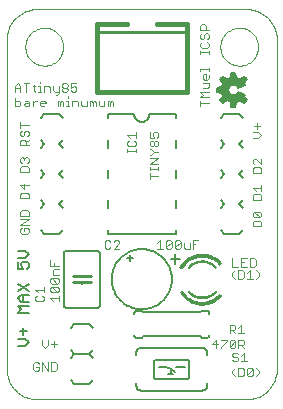
<source format=gto>
G75*
G70*
%OFA0B0*%
%FSLAX24Y24*%
%IPPOS*%
%LPD*%
%AMOC8*
5,1,8,0,0,1.08239X$1,22.5*
%
%ADD10C,0.0000*%
%ADD11C,0.0160*%
%ADD12C,0.0040*%
%ADD13C,0.0050*%
%ADD14C,0.0060*%
%ADD15C,0.0030*%
%ADD16C,0.0100*%
%ADD17C,0.0010*%
D10*
X000150Y001150D02*
X000150Y012150D01*
X000152Y012210D01*
X000157Y012271D01*
X000166Y012330D01*
X000179Y012389D01*
X000195Y012448D01*
X000215Y012505D01*
X000238Y012560D01*
X000265Y012615D01*
X000294Y012667D01*
X000327Y012718D01*
X000363Y012767D01*
X000401Y012813D01*
X000443Y012857D01*
X000487Y012899D01*
X000533Y012937D01*
X000582Y012973D01*
X000633Y013006D01*
X000685Y013035D01*
X000740Y013062D01*
X000795Y013085D01*
X000852Y013105D01*
X000911Y013121D01*
X000970Y013134D01*
X001029Y013143D01*
X001090Y013148D01*
X001150Y013150D01*
X008150Y013150D01*
X008210Y013148D01*
X008271Y013143D01*
X008330Y013134D01*
X008389Y013121D01*
X008448Y013105D01*
X008505Y013085D01*
X008560Y013062D01*
X008615Y013035D01*
X008667Y013006D01*
X008718Y012973D01*
X008767Y012937D01*
X008813Y012899D01*
X008857Y012857D01*
X008899Y012813D01*
X008937Y012767D01*
X008973Y012718D01*
X009006Y012667D01*
X009035Y012615D01*
X009062Y012560D01*
X009085Y012505D01*
X009105Y012448D01*
X009121Y012389D01*
X009134Y012330D01*
X009143Y012271D01*
X009148Y012210D01*
X009150Y012150D01*
X009150Y001150D01*
X009148Y001090D01*
X009143Y001029D01*
X009134Y000970D01*
X009121Y000911D01*
X009105Y000852D01*
X009085Y000795D01*
X009062Y000740D01*
X009035Y000685D01*
X009006Y000633D01*
X008973Y000582D01*
X008937Y000533D01*
X008899Y000487D01*
X008857Y000443D01*
X008813Y000401D01*
X008767Y000363D01*
X008718Y000327D01*
X008667Y000294D01*
X008615Y000265D01*
X008560Y000238D01*
X008505Y000215D01*
X008448Y000195D01*
X008389Y000179D01*
X008330Y000166D01*
X008271Y000157D01*
X008210Y000152D01*
X008150Y000150D01*
X001150Y000150D01*
X001090Y000152D01*
X001029Y000157D01*
X000970Y000166D01*
X000911Y000179D01*
X000852Y000195D01*
X000795Y000215D01*
X000740Y000238D01*
X000685Y000265D01*
X000633Y000294D01*
X000582Y000327D01*
X000533Y000363D01*
X000487Y000401D01*
X000443Y000443D01*
X000401Y000487D01*
X000363Y000533D01*
X000327Y000582D01*
X000294Y000633D01*
X000265Y000685D01*
X000238Y000740D01*
X000215Y000795D01*
X000195Y000852D01*
X000179Y000911D01*
X000166Y000970D01*
X000157Y001029D01*
X000152Y001090D01*
X000150Y001150D01*
X000770Y011900D02*
X000772Y011950D01*
X000778Y012000D01*
X000788Y012049D01*
X000802Y012097D01*
X000819Y012144D01*
X000840Y012189D01*
X000865Y012233D01*
X000893Y012274D01*
X000925Y012313D01*
X000959Y012350D01*
X000996Y012384D01*
X001036Y012414D01*
X001078Y012441D01*
X001122Y012465D01*
X001168Y012486D01*
X001215Y012502D01*
X001263Y012515D01*
X001313Y012524D01*
X001362Y012529D01*
X001413Y012530D01*
X001463Y012527D01*
X001512Y012520D01*
X001561Y012509D01*
X001609Y012494D01*
X001655Y012476D01*
X001700Y012454D01*
X001743Y012428D01*
X001784Y012399D01*
X001823Y012367D01*
X001859Y012332D01*
X001891Y012294D01*
X001921Y012254D01*
X001948Y012211D01*
X001971Y012167D01*
X001990Y012121D01*
X002006Y012073D01*
X002018Y012024D01*
X002026Y011975D01*
X002030Y011925D01*
X002030Y011875D01*
X002026Y011825D01*
X002018Y011776D01*
X002006Y011727D01*
X001990Y011679D01*
X001971Y011633D01*
X001948Y011589D01*
X001921Y011546D01*
X001891Y011506D01*
X001859Y011468D01*
X001823Y011433D01*
X001784Y011401D01*
X001743Y011372D01*
X001700Y011346D01*
X001655Y011324D01*
X001609Y011306D01*
X001561Y011291D01*
X001512Y011280D01*
X001463Y011273D01*
X001413Y011270D01*
X001362Y011271D01*
X001313Y011276D01*
X001263Y011285D01*
X001215Y011298D01*
X001168Y011314D01*
X001122Y011335D01*
X001078Y011359D01*
X001036Y011386D01*
X000996Y011416D01*
X000959Y011450D01*
X000925Y011487D01*
X000893Y011526D01*
X000865Y011567D01*
X000840Y011611D01*
X000819Y011656D01*
X000802Y011703D01*
X000788Y011751D01*
X000778Y011800D01*
X000772Y011850D01*
X000770Y011900D01*
X007270Y011900D02*
X007272Y011950D01*
X007278Y012000D01*
X007288Y012049D01*
X007302Y012097D01*
X007319Y012144D01*
X007340Y012189D01*
X007365Y012233D01*
X007393Y012274D01*
X007425Y012313D01*
X007459Y012350D01*
X007496Y012384D01*
X007536Y012414D01*
X007578Y012441D01*
X007622Y012465D01*
X007668Y012486D01*
X007715Y012502D01*
X007763Y012515D01*
X007813Y012524D01*
X007862Y012529D01*
X007913Y012530D01*
X007963Y012527D01*
X008012Y012520D01*
X008061Y012509D01*
X008109Y012494D01*
X008155Y012476D01*
X008200Y012454D01*
X008243Y012428D01*
X008284Y012399D01*
X008323Y012367D01*
X008359Y012332D01*
X008391Y012294D01*
X008421Y012254D01*
X008448Y012211D01*
X008471Y012167D01*
X008490Y012121D01*
X008506Y012073D01*
X008518Y012024D01*
X008526Y011975D01*
X008530Y011925D01*
X008530Y011875D01*
X008526Y011825D01*
X008518Y011776D01*
X008506Y011727D01*
X008490Y011679D01*
X008471Y011633D01*
X008448Y011589D01*
X008421Y011546D01*
X008391Y011506D01*
X008359Y011468D01*
X008323Y011433D01*
X008284Y011401D01*
X008243Y011372D01*
X008200Y011346D01*
X008155Y011324D01*
X008109Y011306D01*
X008061Y011291D01*
X008012Y011280D01*
X007963Y011273D01*
X007913Y011270D01*
X007862Y011271D01*
X007813Y011276D01*
X007763Y011285D01*
X007715Y011298D01*
X007668Y011314D01*
X007622Y011335D01*
X007578Y011359D01*
X007536Y011386D01*
X007496Y011416D01*
X007459Y011450D01*
X007425Y011487D01*
X007393Y011526D01*
X007365Y011567D01*
X007340Y011611D01*
X007319Y011656D01*
X007302Y011703D01*
X007288Y011751D01*
X007278Y011800D01*
X007272Y011850D01*
X007270Y011900D01*
D11*
X006150Y012650D02*
X006150Y010400D01*
X003150Y010400D01*
X003150Y012650D01*
X004150Y012650D01*
X005150Y012650D02*
X006150Y012650D01*
D12*
X006880Y011192D02*
X006880Y011099D01*
X006880Y011145D02*
X006600Y011145D01*
X006600Y011099D01*
X006740Y010991D02*
X006693Y010944D01*
X006693Y010851D01*
X006740Y010804D01*
X006833Y010804D01*
X006880Y010851D01*
X006880Y010944D01*
X006787Y010991D02*
X006787Y010804D01*
X006880Y010696D02*
X006693Y010696D01*
X006693Y010509D02*
X006833Y010509D01*
X006880Y010556D01*
X006880Y010696D01*
X006880Y010401D02*
X006600Y010401D01*
X006693Y010308D01*
X006600Y010215D01*
X006880Y010215D01*
X006880Y010013D02*
X006600Y010013D01*
X006600Y009920D02*
X006600Y010107D01*
X006740Y010991D02*
X006787Y010991D01*
X008350Y009053D02*
X008537Y009053D01*
X008630Y008960D01*
X008537Y008867D01*
X008350Y008867D01*
X008490Y009161D02*
X008490Y009348D01*
X008583Y009255D02*
X008396Y009255D01*
X008396Y008169D02*
X008350Y008123D01*
X008350Y008029D01*
X008396Y007983D01*
X008396Y007875D02*
X008350Y007828D01*
X008350Y007688D01*
X008630Y007688D01*
X008630Y007828D01*
X008583Y007875D01*
X008396Y007875D01*
X008630Y007983D02*
X008443Y008169D01*
X008396Y008169D01*
X008630Y008169D02*
X008630Y007983D01*
X008630Y007285D02*
X008630Y007099D01*
X008630Y007192D02*
X008350Y007192D01*
X008443Y007099D01*
X008396Y006991D02*
X008350Y006944D01*
X008350Y006804D01*
X008630Y006804D01*
X008630Y006944D01*
X008583Y006991D01*
X008396Y006991D01*
X008396Y006401D02*
X008583Y006215D01*
X008630Y006261D01*
X008630Y006355D01*
X008583Y006401D01*
X008396Y006401D01*
X008350Y006355D01*
X008350Y006261D01*
X008396Y006215D01*
X008583Y006215D01*
X008583Y006107D02*
X008396Y006107D01*
X008350Y006060D01*
X008350Y005920D01*
X008630Y005920D01*
X008630Y006060D01*
X008583Y006107D01*
X008456Y004450D02*
X008549Y004357D01*
X008549Y004263D01*
X008456Y004170D01*
X008348Y004170D02*
X008161Y004170D01*
X008254Y004170D02*
X008254Y004450D01*
X008161Y004357D01*
X008053Y004404D02*
X008053Y004217D01*
X008007Y004170D01*
X007866Y004170D01*
X007866Y004450D01*
X008007Y004450D01*
X008053Y004404D01*
X007763Y004450D02*
X007670Y004357D01*
X007670Y004263D01*
X007763Y004170D01*
X007717Y001700D02*
X007670Y001654D01*
X007670Y001607D01*
X007717Y001560D01*
X007810Y001560D01*
X007857Y001513D01*
X007857Y001467D01*
X007810Y001420D01*
X007717Y001420D01*
X007670Y001467D01*
X007717Y001700D02*
X007810Y001700D01*
X007857Y001654D01*
X007965Y001607D02*
X008058Y001700D01*
X008058Y001420D01*
X007965Y001420D02*
X008151Y001420D01*
X008208Y001200D02*
X008301Y001200D01*
X008348Y001154D01*
X008161Y000967D01*
X008208Y000920D01*
X008301Y000920D01*
X008348Y000967D01*
X008348Y001154D01*
X008456Y001200D02*
X008549Y001107D01*
X008549Y001013D01*
X008456Y000920D01*
X008161Y000967D02*
X008161Y001154D01*
X008208Y001200D01*
X008053Y001154D02*
X008053Y000967D01*
X008007Y000920D01*
X007866Y000920D01*
X007866Y001200D01*
X008007Y001200D01*
X008053Y001154D01*
X007763Y001200D02*
X007670Y001107D01*
X007670Y001013D01*
X007763Y000920D01*
X001812Y001147D02*
X001812Y001334D01*
X001765Y001380D01*
X001625Y001380D01*
X001625Y001100D01*
X001765Y001100D01*
X001812Y001147D01*
X001518Y001100D02*
X001518Y001380D01*
X001331Y001380D02*
X001331Y001100D01*
X001223Y001147D02*
X001223Y001240D01*
X001129Y001240D01*
X001036Y001147D02*
X001083Y001100D01*
X001176Y001100D01*
X001223Y001147D01*
X001223Y001334D02*
X001176Y001380D01*
X001083Y001380D01*
X001036Y001334D01*
X001036Y001147D01*
X001331Y001380D02*
X001518Y001100D01*
X001424Y001850D02*
X001518Y001943D01*
X001518Y002130D01*
X001625Y001990D02*
X001812Y001990D01*
X001719Y001897D02*
X001719Y002084D01*
X001424Y001850D02*
X001331Y001943D01*
X001331Y002130D01*
X000833Y005670D02*
X000646Y005670D01*
X000600Y005717D01*
X000600Y005810D01*
X000646Y005857D01*
X000740Y005857D02*
X000740Y005763D01*
X000740Y005857D02*
X000833Y005857D01*
X000880Y005810D01*
X000880Y005717D01*
X000833Y005670D01*
X000880Y005965D02*
X000600Y005965D01*
X000880Y006151D01*
X000600Y006151D01*
X000600Y006259D02*
X000600Y006399D01*
X000646Y006446D01*
X000833Y006446D01*
X000880Y006399D01*
X000880Y006259D01*
X000600Y006259D01*
X000600Y006849D02*
X000600Y006989D01*
X000646Y007035D01*
X000833Y007035D01*
X000880Y006989D01*
X000880Y006849D01*
X000600Y006849D01*
X000740Y007143D02*
X000740Y007330D01*
X000880Y007283D02*
X000600Y007283D01*
X000740Y007143D01*
X000600Y007733D02*
X000880Y007733D01*
X000880Y007873D01*
X000833Y007919D01*
X000646Y007919D01*
X000600Y007873D01*
X000600Y007733D01*
X000646Y008027D02*
X000600Y008074D01*
X000600Y008167D01*
X000646Y008214D01*
X000693Y008214D01*
X000740Y008167D01*
X000787Y008214D01*
X000833Y008214D01*
X000880Y008167D01*
X000880Y008074D01*
X000833Y008027D01*
X000740Y008121D02*
X000740Y008167D01*
X000787Y008617D02*
X000787Y008757D01*
X000740Y008803D01*
X000646Y008803D01*
X000600Y008757D01*
X000600Y008617D01*
X000880Y008617D01*
X000787Y008710D02*
X000880Y008803D01*
X000833Y008911D02*
X000880Y008958D01*
X000880Y009051D01*
X000833Y009098D01*
X000787Y009098D01*
X000740Y009051D01*
X000740Y008958D01*
X000693Y008911D01*
X000646Y008911D01*
X000600Y008958D01*
X000600Y009051D01*
X000646Y009098D01*
X000600Y009206D02*
X000600Y009393D01*
X000600Y009299D02*
X000880Y009299D01*
X000901Y009920D02*
X000761Y009920D01*
X000715Y009967D01*
X000761Y010013D01*
X000901Y010013D01*
X000901Y010060D02*
X000901Y009920D01*
X001009Y009920D02*
X001009Y010107D01*
X001009Y010013D02*
X001103Y010107D01*
X001149Y010107D01*
X001255Y010060D02*
X001255Y009967D01*
X001302Y009920D01*
X001395Y009920D01*
X001442Y010013D02*
X001255Y010013D01*
X001255Y010060D02*
X001302Y010107D01*
X001395Y010107D01*
X001442Y010060D01*
X001442Y010013D01*
X001402Y010400D02*
X001402Y010587D01*
X001542Y010587D01*
X001589Y010540D01*
X001589Y010400D01*
X001697Y010447D02*
X001697Y010587D01*
X001697Y010447D02*
X001744Y010400D01*
X001884Y010400D01*
X001884Y010353D02*
X001837Y010307D01*
X001790Y010307D01*
X001884Y010353D02*
X001884Y010587D01*
X001991Y010587D02*
X001991Y010634D01*
X002038Y010680D01*
X002132Y010680D01*
X002178Y010634D01*
X002178Y010587D01*
X002132Y010540D01*
X002038Y010540D01*
X001991Y010587D01*
X002038Y010540D02*
X001991Y010493D01*
X001991Y010447D01*
X002038Y010400D01*
X002132Y010400D01*
X002178Y010447D01*
X002178Y010493D01*
X002132Y010540D01*
X002286Y010540D02*
X002380Y010587D01*
X002426Y010587D01*
X002473Y010540D01*
X002473Y010447D01*
X002426Y010400D01*
X002333Y010400D01*
X002286Y010447D01*
X002286Y010540D02*
X002286Y010680D01*
X002473Y010680D01*
X002186Y010247D02*
X002186Y010200D01*
X002186Y010107D02*
X002139Y010107D01*
X002186Y010107D02*
X002186Y009920D01*
X002232Y009920D02*
X002139Y009920D01*
X002031Y009920D02*
X002031Y010060D01*
X001984Y010107D01*
X001938Y010060D01*
X001938Y009920D01*
X001844Y009920D02*
X001844Y010107D01*
X001891Y010107D01*
X001938Y010060D01*
X002335Y010107D02*
X002335Y009920D01*
X002335Y010107D02*
X002475Y010107D01*
X002522Y010060D01*
X002522Y009920D01*
X002630Y009967D02*
X002630Y010107D01*
X002630Y009967D02*
X002677Y009920D01*
X002817Y009920D01*
X002817Y010107D01*
X002925Y010107D02*
X002925Y009920D01*
X003018Y009920D02*
X003018Y010060D01*
X003065Y010107D01*
X003111Y010060D01*
X003111Y009920D01*
X003219Y009967D02*
X003219Y010107D01*
X003219Y009967D02*
X003266Y009920D01*
X003406Y009920D01*
X003406Y010107D01*
X003514Y010107D02*
X003514Y009920D01*
X003607Y009920D02*
X003607Y010060D01*
X003654Y010107D01*
X003701Y010060D01*
X003701Y009920D01*
X003607Y010060D02*
X003561Y010107D01*
X003514Y010107D01*
X003018Y010060D02*
X002971Y010107D01*
X002925Y010107D01*
X001299Y010400D02*
X001206Y010400D01*
X001252Y010400D02*
X001252Y010587D01*
X001206Y010587D01*
X001103Y010587D02*
X001009Y010587D01*
X001056Y010634D02*
X001056Y010447D01*
X001103Y010400D01*
X001252Y010680D02*
X001252Y010727D01*
X000901Y010680D02*
X000715Y010680D01*
X000808Y010680D02*
X000808Y010400D01*
X000607Y010400D02*
X000607Y010587D01*
X000513Y010680D01*
X000420Y010587D01*
X000420Y010400D01*
X000420Y010540D02*
X000607Y010540D01*
X000420Y010200D02*
X000420Y009920D01*
X000560Y009920D01*
X000607Y009967D01*
X000607Y010060D01*
X000560Y010107D01*
X000420Y010107D01*
X000761Y010107D02*
X000855Y010107D01*
X000901Y010060D01*
D13*
X000758Y005105D02*
X000525Y005105D01*
X000525Y004872D02*
X000758Y004872D01*
X000875Y004988D01*
X000758Y005105D01*
X000700Y004737D02*
X000641Y004678D01*
X000641Y004620D01*
X000700Y004503D01*
X000525Y004503D01*
X000525Y004737D01*
X000700Y004737D02*
X000817Y004737D01*
X000875Y004678D01*
X000875Y004562D01*
X000817Y004503D01*
X000875Y004000D02*
X000525Y003767D01*
X000641Y003632D02*
X000875Y003632D01*
X000875Y003767D02*
X000525Y004000D01*
X000641Y003632D02*
X000525Y003515D01*
X000641Y003398D01*
X000875Y003398D01*
X000875Y003263D02*
X000525Y003263D01*
X000641Y003147D01*
X000525Y003030D01*
X000875Y003030D01*
X000700Y003398D02*
X000700Y003632D01*
X000700Y002527D02*
X000700Y002293D01*
X000758Y002159D02*
X000525Y002159D01*
X000525Y001925D02*
X000758Y001925D01*
X000875Y002042D01*
X000758Y002159D01*
X000817Y002410D02*
X000583Y002410D01*
X004469Y001701D02*
X004469Y001622D01*
X004469Y001701D02*
X004471Y001723D01*
X004475Y001745D01*
X004483Y001766D01*
X004494Y001786D01*
X004507Y001804D01*
X004523Y001820D01*
X004541Y001833D01*
X004561Y001844D01*
X004582Y001852D01*
X004604Y001856D01*
X004626Y001858D01*
X004626Y001859D02*
X006674Y001859D01*
X006674Y001858D02*
X006696Y001856D01*
X006718Y001852D01*
X006739Y001844D01*
X006759Y001833D01*
X006777Y001820D01*
X006793Y001804D01*
X006806Y001786D01*
X006817Y001766D01*
X006825Y001745D01*
X006829Y001723D01*
X006831Y001701D01*
X006831Y001622D01*
X006241Y001386D02*
X006241Y000914D01*
X006239Y000899D01*
X006235Y000884D01*
X006228Y000870D01*
X006218Y000858D01*
X006206Y000848D01*
X006192Y000841D01*
X006177Y000837D01*
X006162Y000835D01*
X005138Y000835D01*
X005123Y000837D01*
X005108Y000841D01*
X005094Y000848D01*
X005082Y000858D01*
X005072Y000870D01*
X005065Y000884D01*
X005061Y000899D01*
X005059Y000914D01*
X005059Y001386D01*
X005061Y001401D01*
X005065Y001416D01*
X005072Y001430D01*
X005082Y001442D01*
X005094Y001452D01*
X005108Y001459D01*
X005123Y001463D01*
X005138Y001465D01*
X006162Y001465D01*
X006177Y001463D01*
X006192Y001459D01*
X006206Y001452D01*
X006218Y001442D01*
X006228Y001430D01*
X006235Y001416D01*
X006239Y001401D01*
X006241Y001386D01*
X006083Y001229D02*
X005807Y001229D01*
X005768Y001071D02*
X005611Y001150D01*
X005611Y000993D01*
X005532Y000993D01*
X005611Y000993D02*
X005689Y000993D01*
X005611Y001150D02*
X005453Y001229D01*
X005217Y001229D01*
X004469Y000599D02*
X004471Y000577D01*
X004475Y000555D01*
X004483Y000534D01*
X004494Y000514D01*
X004507Y000496D01*
X004523Y000480D01*
X004541Y000467D01*
X004561Y000456D01*
X004582Y000448D01*
X004604Y000444D01*
X004626Y000442D01*
X004626Y000441D02*
X006674Y000441D01*
X006674Y000442D02*
X006696Y000444D01*
X006718Y000448D01*
X006739Y000456D01*
X006759Y000467D01*
X006777Y000480D01*
X006793Y000496D01*
X006806Y000514D01*
X006817Y000534D01*
X006825Y000555D01*
X006829Y000577D01*
X006831Y000599D01*
X006831Y000678D01*
X004469Y000678D02*
X004469Y000599D01*
X005770Y004670D02*
X005770Y004980D01*
X005630Y004830D02*
X005920Y004830D01*
D14*
X005775Y005650D02*
X005775Y005775D01*
X005775Y005650D02*
X003525Y005650D01*
X003525Y005775D01*
X003150Y005100D02*
X002150Y005100D01*
X002133Y005098D01*
X002116Y005094D01*
X002100Y005087D01*
X002086Y005077D01*
X002073Y005064D01*
X002063Y005050D01*
X002056Y005034D01*
X002052Y005017D01*
X002050Y005000D01*
X002050Y003300D01*
X002052Y003283D01*
X002056Y003266D01*
X002063Y003250D01*
X002073Y003236D01*
X002086Y003223D01*
X002100Y003213D01*
X002116Y003206D01*
X002133Y003202D01*
X002150Y003200D01*
X003150Y003200D01*
X003167Y003202D01*
X003184Y003206D01*
X003200Y003213D01*
X003214Y003223D01*
X003227Y003236D01*
X003237Y003250D01*
X003244Y003266D01*
X003248Y003283D01*
X003250Y003300D01*
X003250Y005000D01*
X003248Y005017D01*
X003244Y005034D01*
X003237Y005050D01*
X003227Y005064D01*
X003214Y005077D01*
X003200Y005087D01*
X003184Y005094D01*
X003167Y005098D01*
X003150Y005100D01*
X002650Y004300D02*
X002650Y004250D01*
X002650Y004050D02*
X002650Y004000D01*
X002400Y002650D02*
X002275Y002525D01*
X002400Y002650D02*
X002900Y002650D01*
X003025Y002525D01*
X003025Y001775D02*
X002900Y001650D01*
X003025Y001525D01*
X002900Y001650D02*
X002400Y001650D01*
X002275Y001525D01*
X002400Y001650D02*
X002275Y001775D01*
X002275Y000775D02*
X002400Y000650D01*
X002900Y000650D01*
X003025Y000775D01*
X004500Y002200D02*
X004650Y002200D01*
X004700Y002250D01*
X006600Y002250D01*
X006650Y002200D01*
X006800Y002200D01*
X006817Y002202D01*
X006834Y002206D01*
X006850Y002213D01*
X006864Y002223D01*
X006877Y002236D01*
X006887Y002250D01*
X006894Y002266D01*
X006898Y002283D01*
X006900Y002300D01*
X006900Y003000D02*
X006898Y003017D01*
X006894Y003034D01*
X006887Y003050D01*
X006877Y003064D01*
X006864Y003077D01*
X006850Y003087D01*
X006834Y003094D01*
X006817Y003098D01*
X006800Y003100D01*
X006650Y003100D01*
X006600Y003050D01*
X004700Y003050D01*
X004650Y003100D01*
X004500Y003100D01*
X004483Y003098D01*
X004466Y003094D01*
X004450Y003087D01*
X004436Y003077D01*
X004423Y003064D01*
X004413Y003050D01*
X004406Y003034D01*
X004402Y003017D01*
X004400Y003000D01*
X004400Y002300D02*
X004402Y002283D01*
X004406Y002266D01*
X004413Y002250D01*
X004423Y002236D01*
X004436Y002223D01*
X004450Y002213D01*
X004466Y002206D01*
X004483Y002202D01*
X004500Y002200D01*
X003650Y004150D02*
X003652Y004213D01*
X003658Y004275D01*
X003668Y004337D01*
X003681Y004399D01*
X003699Y004459D01*
X003720Y004518D01*
X003745Y004576D01*
X003774Y004632D01*
X003806Y004686D01*
X003841Y004738D01*
X003879Y004787D01*
X003921Y004835D01*
X003965Y004879D01*
X004013Y004921D01*
X004062Y004959D01*
X004114Y004994D01*
X004168Y005026D01*
X004224Y005055D01*
X004282Y005080D01*
X004341Y005101D01*
X004401Y005119D01*
X004463Y005132D01*
X004525Y005142D01*
X004587Y005148D01*
X004650Y005150D01*
X004713Y005148D01*
X004775Y005142D01*
X004837Y005132D01*
X004899Y005119D01*
X004959Y005101D01*
X005018Y005080D01*
X005076Y005055D01*
X005132Y005026D01*
X005186Y004994D01*
X005238Y004959D01*
X005287Y004921D01*
X005335Y004879D01*
X005379Y004835D01*
X005421Y004787D01*
X005459Y004738D01*
X005494Y004686D01*
X005526Y004632D01*
X005555Y004576D01*
X005580Y004518D01*
X005601Y004459D01*
X005619Y004399D01*
X005632Y004337D01*
X005642Y004275D01*
X005648Y004213D01*
X005650Y004150D01*
X005648Y004087D01*
X005642Y004025D01*
X005632Y003963D01*
X005619Y003901D01*
X005601Y003841D01*
X005580Y003782D01*
X005555Y003724D01*
X005526Y003668D01*
X005494Y003614D01*
X005459Y003562D01*
X005421Y003513D01*
X005379Y003465D01*
X005335Y003421D01*
X005287Y003379D01*
X005238Y003341D01*
X005186Y003306D01*
X005132Y003274D01*
X005076Y003245D01*
X005018Y003220D01*
X004959Y003199D01*
X004899Y003181D01*
X004837Y003168D01*
X004775Y003158D01*
X004713Y003152D01*
X004650Y003150D01*
X004587Y003152D01*
X004525Y003158D01*
X004463Y003168D01*
X004401Y003181D01*
X004341Y003199D01*
X004282Y003220D01*
X004224Y003245D01*
X004168Y003274D01*
X004114Y003306D01*
X004062Y003341D01*
X004013Y003379D01*
X003965Y003421D01*
X003921Y003465D01*
X003879Y003513D01*
X003841Y003562D01*
X003806Y003614D01*
X003774Y003668D01*
X003745Y003724D01*
X003720Y003782D01*
X003699Y003841D01*
X003681Y003901D01*
X003668Y003963D01*
X003658Y004025D01*
X003652Y004087D01*
X003650Y004150D01*
X004150Y004850D02*
X004350Y004850D01*
X004250Y004750D02*
X004250Y004950D01*
X003525Y006525D02*
X003525Y006775D01*
X003525Y007525D02*
X003525Y007775D01*
X003525Y008525D02*
X003525Y008775D01*
X003525Y009525D02*
X003525Y009650D01*
X004400Y009650D01*
X004402Y009620D01*
X004407Y009590D01*
X004416Y009561D01*
X004429Y009534D01*
X004444Y009508D01*
X004463Y009484D01*
X004484Y009463D01*
X004508Y009444D01*
X004534Y009429D01*
X004561Y009416D01*
X004590Y009407D01*
X004620Y009402D01*
X004650Y009400D01*
X004680Y009402D01*
X004710Y009407D01*
X004739Y009416D01*
X004766Y009429D01*
X004792Y009444D01*
X004816Y009463D01*
X004837Y009484D01*
X004856Y009508D01*
X004871Y009534D01*
X004884Y009561D01*
X004893Y009590D01*
X004898Y009620D01*
X004900Y009650D01*
X005775Y009650D01*
X005775Y009525D01*
X005775Y008775D02*
X005775Y008525D01*
X005775Y007775D02*
X005775Y007525D01*
X005775Y006775D02*
X005775Y006525D01*
X007275Y006525D02*
X007400Y006650D01*
X007275Y006775D01*
X007900Y006650D02*
X008025Y006775D01*
X007900Y006650D02*
X008025Y006525D01*
X008025Y005775D02*
X007900Y005650D01*
X007400Y005650D01*
X007275Y005775D01*
X007275Y007525D02*
X007400Y007650D01*
X007275Y007775D01*
X007900Y007650D02*
X008025Y007775D01*
X007900Y007650D02*
X008025Y007525D01*
X008025Y008525D02*
X007900Y008650D01*
X008025Y008775D01*
X008025Y009525D02*
X007900Y009650D01*
X007400Y009650D01*
X007275Y009525D01*
X007360Y010020D02*
X007270Y010110D01*
X007360Y010240D01*
X007310Y010360D01*
X007150Y010390D01*
X007150Y010520D01*
X007310Y010550D01*
X007360Y010670D01*
X007270Y010810D01*
X007360Y010900D01*
X007490Y010810D01*
X007610Y010860D01*
X007640Y011010D01*
X007770Y011010D01*
X007800Y010870D01*
X007930Y010810D01*
X008060Y010900D01*
X008150Y010810D01*
X008070Y010690D01*
X008100Y010630D01*
X007870Y010540D01*
X007900Y010600D02*
X007700Y010700D01*
X007550Y010600D01*
X007500Y010450D01*
X007550Y010300D01*
X007700Y010250D01*
X007850Y010300D01*
X007900Y010350D01*
X008050Y010250D01*
X008100Y010100D01*
X008050Y010050D01*
X007900Y010150D01*
X007750Y010050D01*
X007750Y009950D01*
X007650Y009950D01*
X007650Y010100D01*
X007500Y010150D01*
X007350Y010050D01*
X007300Y010100D01*
X007400Y010250D01*
X007300Y010400D01*
X007200Y010400D01*
X007200Y010500D01*
X007350Y010550D01*
X007400Y010700D01*
X007300Y010800D01*
X007350Y010850D01*
X007500Y010800D01*
X007650Y010850D01*
X007650Y011000D01*
X007750Y010950D01*
X007800Y010800D01*
X007950Y010800D01*
X008050Y010850D01*
X008100Y010800D01*
X008050Y010700D01*
X008050Y010650D01*
X007900Y010600D01*
X007857Y010622D02*
X007965Y010622D01*
X008050Y010680D02*
X007740Y010680D01*
X007670Y010680D02*
X007393Y010680D01*
X007374Y010622D02*
X007582Y010622D01*
X007538Y010563D02*
X007354Y010563D01*
X007214Y010505D02*
X007518Y010505D01*
X007501Y010446D02*
X007200Y010446D01*
X007308Y010388D02*
X007521Y010388D01*
X007540Y010329D02*
X007347Y010329D01*
X007386Y010271D02*
X007638Y010271D01*
X007762Y010271D02*
X008019Y010271D01*
X008070Y010230D02*
X008150Y010110D01*
X008060Y010020D01*
X007930Y010100D01*
X007800Y010050D01*
X007770Y009900D01*
X007640Y009900D01*
X007620Y010050D01*
X007490Y010110D01*
X007360Y010020D01*
X007305Y010095D02*
X007418Y010095D01*
X007336Y010154D02*
X008082Y010154D01*
X008095Y010095D02*
X007982Y010095D01*
X008063Y010212D02*
X007375Y010212D01*
X007650Y010095D02*
X007818Y010095D01*
X007750Y010037D02*
X007650Y010037D01*
X007650Y009978D02*
X007750Y009978D01*
X007879Y010329D02*
X007931Y010329D01*
X007870Y010380D02*
X008100Y010280D01*
X008070Y010230D01*
X007870Y010380D02*
X007857Y010358D01*
X007841Y010338D01*
X007822Y010320D01*
X007800Y010305D01*
X007777Y010294D01*
X007752Y010286D01*
X007727Y010282D01*
X007701Y010281D01*
X007675Y010284D01*
X007650Y010291D01*
X007627Y010302D01*
X007605Y010315D01*
X007585Y010332D01*
X007568Y010351D01*
X007553Y010373D01*
X007543Y010397D01*
X007535Y010421D01*
X007531Y010447D01*
X007531Y010473D01*
X007535Y010499D01*
X007543Y010523D01*
X007553Y010547D01*
X007568Y010569D01*
X007585Y010588D01*
X007605Y010605D01*
X007627Y010618D01*
X007650Y010629D01*
X007675Y010636D01*
X007701Y010639D01*
X007727Y010638D01*
X007752Y010634D01*
X007777Y010626D01*
X007800Y010615D01*
X007822Y010600D01*
X007841Y010582D01*
X007857Y010562D01*
X007870Y010540D01*
X008069Y010739D02*
X007361Y010739D01*
X007303Y010797D02*
X008099Y010797D01*
X007781Y010856D02*
X007650Y010856D01*
X007650Y010914D02*
X007762Y010914D01*
X007705Y010973D02*
X007650Y010973D01*
X007275Y008775D02*
X007400Y008650D01*
X007275Y008525D01*
X002025Y008525D02*
X001900Y008650D01*
X002025Y008775D01*
X001400Y008650D02*
X001275Y008775D01*
X001400Y008650D02*
X001275Y008525D01*
X001275Y007775D02*
X001400Y007650D01*
X001275Y007525D01*
X001275Y006775D02*
X001400Y006650D01*
X001275Y006525D01*
X001275Y005775D02*
X001400Y005650D01*
X001900Y005650D01*
X002025Y005775D01*
X002025Y006525D02*
X001900Y006650D01*
X002025Y006775D01*
X002025Y007525D02*
X001900Y007650D01*
X002025Y007775D01*
X002025Y009525D02*
X001900Y009650D01*
X001400Y009650D01*
X001275Y009525D01*
D15*
X003463Y005455D02*
X003415Y005407D01*
X003415Y005213D01*
X003463Y005165D01*
X003560Y005165D01*
X003608Y005213D01*
X003710Y005165D02*
X003903Y005358D01*
X003903Y005407D01*
X003855Y005455D01*
X003758Y005455D01*
X003710Y005407D01*
X003608Y005407D02*
X003560Y005455D01*
X003463Y005455D01*
X003710Y005165D02*
X003903Y005165D01*
X005165Y005165D02*
X005358Y005165D01*
X005262Y005165D02*
X005262Y005455D01*
X005165Y005358D01*
X005460Y005407D02*
X005460Y005213D01*
X005653Y005407D01*
X005653Y005213D01*
X005605Y005165D01*
X005508Y005165D01*
X005460Y005213D01*
X005460Y005407D02*
X005508Y005455D01*
X005605Y005455D01*
X005653Y005407D01*
X005754Y005407D02*
X005754Y005213D01*
X005948Y005407D01*
X005948Y005213D01*
X005899Y005165D01*
X005803Y005165D01*
X005754Y005213D01*
X005754Y005407D02*
X005803Y005455D01*
X005899Y005455D01*
X005948Y005407D01*
X006049Y005358D02*
X006049Y005213D01*
X006097Y005165D01*
X006242Y005165D01*
X006242Y005358D01*
X006344Y005310D02*
X006440Y005310D01*
X006344Y005165D02*
X006344Y005455D01*
X006537Y005455D01*
X007665Y004855D02*
X007665Y004565D01*
X007858Y004565D01*
X007960Y004565D02*
X008153Y004565D01*
X008254Y004565D02*
X008399Y004565D01*
X008448Y004613D01*
X008448Y004807D01*
X008399Y004855D01*
X008254Y004855D01*
X008254Y004565D01*
X008056Y004710D02*
X007960Y004710D01*
X007960Y004855D02*
X007960Y004565D01*
X007960Y004855D02*
X008153Y004855D01*
X007967Y002635D02*
X007870Y002538D01*
X007769Y002490D02*
X007721Y002442D01*
X007576Y002442D01*
X007672Y002442D02*
X007769Y002345D01*
X007870Y002345D02*
X008064Y002345D01*
X007967Y002345D02*
X007967Y002635D01*
X007769Y002587D02*
X007769Y002490D01*
X007769Y002587D02*
X007721Y002635D01*
X007576Y002635D01*
X007576Y002345D01*
X007624Y002135D02*
X007721Y002135D01*
X007769Y002087D01*
X007576Y001893D01*
X007624Y001845D01*
X007721Y001845D01*
X007769Y001893D01*
X007769Y002087D01*
X007870Y002135D02*
X008015Y002135D01*
X008064Y002087D01*
X008064Y001990D01*
X008015Y001942D01*
X007870Y001942D01*
X007870Y001845D02*
X007870Y002135D01*
X007967Y001942D02*
X008064Y001845D01*
X007576Y001893D02*
X007576Y002087D01*
X007624Y002135D01*
X007475Y002135D02*
X007475Y002087D01*
X007281Y001893D01*
X007281Y001845D01*
X007180Y001990D02*
X006986Y001990D01*
X007132Y002135D01*
X007132Y001845D01*
X007281Y002135D02*
X007475Y002135D01*
X004915Y007495D02*
X004915Y007689D01*
X004915Y007592D02*
X005205Y007592D01*
X005205Y007790D02*
X005205Y007887D01*
X005205Y007838D02*
X004915Y007838D01*
X004915Y007790D02*
X004915Y007887D01*
X004915Y007986D02*
X005205Y008180D01*
X004915Y008180D01*
X004915Y008281D02*
X004963Y008281D01*
X005060Y008378D01*
X005205Y008378D01*
X005060Y008378D02*
X004963Y008475D01*
X004915Y008475D01*
X004963Y008576D02*
X004915Y008624D01*
X004915Y008721D01*
X004963Y008769D01*
X005012Y008769D01*
X005060Y008721D01*
X005060Y008624D01*
X005012Y008576D01*
X004963Y008576D01*
X005060Y008624D02*
X005108Y008576D01*
X005157Y008576D01*
X005205Y008624D01*
X005205Y008721D01*
X005157Y008769D01*
X005108Y008769D01*
X005060Y008721D01*
X005060Y008870D02*
X005012Y008967D01*
X005012Y009015D01*
X005060Y009064D01*
X005157Y009064D01*
X005205Y009015D01*
X005205Y008919D01*
X005157Y008870D01*
X005060Y008870D02*
X004915Y008870D01*
X004915Y009064D01*
X004455Y009064D02*
X004455Y008870D01*
X004455Y008967D02*
X004165Y008967D01*
X004262Y008870D01*
X004213Y008769D02*
X004165Y008721D01*
X004165Y008624D01*
X004213Y008576D01*
X004407Y008576D01*
X004455Y008624D01*
X004455Y008721D01*
X004407Y008769D01*
X004455Y008476D02*
X004455Y008379D01*
X004455Y008428D02*
X004165Y008428D01*
X004165Y008476D02*
X004165Y008379D01*
X004915Y007986D02*
X005205Y007986D01*
X006595Y011665D02*
X006595Y011762D01*
X006595Y011713D02*
X006885Y011713D01*
X006885Y011665D02*
X006885Y011762D01*
X006837Y011861D02*
X006885Y011910D01*
X006885Y012007D01*
X006837Y012055D01*
X006837Y012156D02*
X006885Y012204D01*
X006885Y012301D01*
X006837Y012350D01*
X006788Y012350D01*
X006740Y012301D01*
X006740Y012204D01*
X006692Y012156D01*
X006643Y012156D01*
X006595Y012204D01*
X006595Y012301D01*
X006643Y012350D01*
X006595Y012451D02*
X006595Y012596D01*
X006643Y012644D01*
X006740Y012644D01*
X006788Y012596D01*
X006788Y012451D01*
X006885Y012451D02*
X006595Y012451D01*
X006643Y012055D02*
X006595Y012007D01*
X006595Y011910D01*
X006643Y011861D01*
X006837Y011861D01*
X001885Y004594D02*
X001595Y004594D01*
X001595Y004787D01*
X001740Y004690D02*
X001740Y004594D01*
X001740Y004492D02*
X001885Y004492D01*
X001885Y004299D02*
X001692Y004299D01*
X001692Y004444D01*
X001740Y004492D01*
X001643Y004198D02*
X001837Y004198D01*
X001885Y004149D01*
X001885Y004053D01*
X001837Y004004D01*
X001643Y004198D01*
X001595Y004149D01*
X001595Y004053D01*
X001643Y004004D01*
X001837Y004004D01*
X001837Y003903D02*
X001885Y003855D01*
X001885Y003758D01*
X001837Y003710D01*
X001643Y003903D01*
X001837Y003903D01*
X001837Y003710D02*
X001643Y003710D01*
X001595Y003758D01*
X001595Y003855D01*
X001643Y003903D01*
X001385Y003903D02*
X001385Y003710D01*
X001385Y003806D02*
X001095Y003806D01*
X001192Y003710D01*
X001143Y003608D02*
X001095Y003560D01*
X001095Y003463D01*
X001143Y003415D01*
X001337Y003415D01*
X001385Y003463D01*
X001385Y003560D01*
X001337Y003608D01*
X001595Y003512D02*
X001885Y003512D01*
X001885Y003608D02*
X001885Y003415D01*
X001692Y003415D02*
X001595Y003512D01*
D16*
X002350Y004050D02*
X002650Y004050D01*
X002950Y004050D01*
X002950Y004250D02*
X002650Y004250D01*
X002350Y004250D01*
X003150Y010400D02*
X003150Y012400D01*
X006150Y012400D01*
X006150Y010400D01*
X003150Y010400D01*
D17*
X006646Y004774D02*
X006644Y004724D01*
X006645Y004725D02*
X006601Y004724D01*
X006557Y004720D01*
X006513Y004711D01*
X006471Y004700D01*
X006429Y004685D01*
X006389Y004666D01*
X006350Y004644D01*
X006314Y004619D01*
X006280Y004592D01*
X006248Y004561D01*
X006218Y004528D01*
X006180Y004559D01*
X006179Y004559D01*
X006209Y004593D01*
X006240Y004624D01*
X006274Y004652D01*
X006310Y004678D01*
X006348Y004701D01*
X006388Y004721D01*
X006429Y004738D01*
X006471Y004752D01*
X006514Y004763D01*
X006558Y004770D01*
X006602Y004774D01*
X006646Y004775D01*
X006646Y004766D01*
X006602Y004765D01*
X006559Y004761D01*
X006516Y004754D01*
X006473Y004743D01*
X006432Y004730D01*
X006392Y004713D01*
X006353Y004693D01*
X006315Y004671D01*
X006280Y004645D01*
X006246Y004617D01*
X006215Y004587D01*
X006186Y004554D01*
X006193Y004548D01*
X006224Y004583D01*
X006258Y004616D01*
X006295Y004645D01*
X006334Y004671D01*
X006374Y004695D01*
X006417Y004714D01*
X006461Y004730D01*
X006506Y004743D01*
X006552Y004751D01*
X006599Y004756D01*
X006646Y004757D01*
X006645Y004748D01*
X006599Y004747D01*
X006553Y004742D01*
X006508Y004734D01*
X006464Y004722D01*
X006420Y004706D01*
X006378Y004687D01*
X006338Y004664D01*
X006300Y004638D01*
X006264Y004609D01*
X006231Y004577D01*
X006200Y004542D01*
X006207Y004537D01*
X006238Y004571D01*
X006270Y004602D01*
X006306Y004631D01*
X006343Y004656D01*
X006383Y004679D01*
X006424Y004698D01*
X006466Y004713D01*
X006510Y004725D01*
X006555Y004733D01*
X006600Y004738D01*
X006645Y004739D01*
X006645Y004730D01*
X006600Y004729D01*
X006556Y004724D01*
X006512Y004716D01*
X006469Y004705D01*
X006427Y004689D01*
X006387Y004671D01*
X006348Y004649D01*
X006311Y004623D01*
X006276Y004595D01*
X006244Y004565D01*
X006214Y004531D01*
X007122Y004560D02*
X007083Y004530D01*
X007054Y004563D01*
X007022Y004594D01*
X006988Y004622D01*
X006951Y004647D01*
X006913Y004669D01*
X006872Y004687D01*
X006831Y004702D01*
X006788Y004714D01*
X006744Y004721D01*
X006700Y004725D01*
X006656Y004726D01*
X006654Y004775D01*
X006654Y004776D01*
X006698Y004776D01*
X006743Y004772D01*
X006787Y004765D01*
X006830Y004755D01*
X006872Y004741D01*
X006914Y004724D01*
X006953Y004704D01*
X006991Y004681D01*
X007028Y004655D01*
X007062Y004626D01*
X007093Y004595D01*
X007122Y004561D01*
X007115Y004555D01*
X007087Y004589D01*
X007056Y004619D01*
X007022Y004648D01*
X006986Y004673D01*
X006949Y004696D01*
X006910Y004716D01*
X006869Y004732D01*
X006828Y004746D01*
X006785Y004756D01*
X006742Y004763D01*
X006698Y004767D01*
X006654Y004767D01*
X006655Y004758D01*
X006698Y004758D01*
X006741Y004754D01*
X006783Y004747D01*
X006825Y004737D01*
X006866Y004724D01*
X006906Y004708D01*
X006945Y004688D01*
X006981Y004666D01*
X007016Y004641D01*
X007049Y004613D01*
X007080Y004582D01*
X007108Y004550D01*
X007101Y004544D01*
X007071Y004579D01*
X007038Y004611D01*
X007002Y004640D01*
X006963Y004667D01*
X006923Y004689D01*
X006881Y004709D01*
X006838Y004724D01*
X006793Y004736D01*
X006747Y004744D01*
X006701Y004748D01*
X006655Y004749D01*
X006655Y004740D01*
X006701Y004739D01*
X006746Y004735D01*
X006791Y004727D01*
X006835Y004716D01*
X006878Y004700D01*
X006919Y004681D01*
X006959Y004659D01*
X006996Y004633D01*
X007032Y004605D01*
X007064Y004573D01*
X007094Y004539D01*
X007087Y004533D01*
X007058Y004567D01*
X007026Y004598D01*
X006991Y004626D01*
X006954Y004651D01*
X006915Y004673D01*
X006874Y004692D01*
X006832Y004707D01*
X006789Y004719D01*
X006745Y004726D01*
X006701Y004730D01*
X006656Y004731D01*
X005919Y003727D02*
X005997Y003772D01*
X005997Y003771D02*
X006025Y003727D01*
X006056Y003685D01*
X006089Y003645D01*
X006125Y003607D01*
X006164Y003572D01*
X006205Y003540D01*
X006249Y003510D01*
X006294Y003484D01*
X006341Y003461D01*
X006389Y003441D01*
X006439Y003425D01*
X006489Y003412D01*
X006541Y003403D01*
X006593Y003397D01*
X006645Y003395D01*
X006646Y003306D01*
X006645Y003305D01*
X006590Y003307D01*
X006536Y003313D01*
X006481Y003322D01*
X006428Y003335D01*
X006376Y003351D01*
X006324Y003370D01*
X006274Y003393D01*
X006226Y003419D01*
X006179Y003448D01*
X006135Y003480D01*
X006092Y003515D01*
X006052Y003553D01*
X006015Y003593D01*
X005980Y003635D01*
X005948Y003680D01*
X005919Y003726D01*
X005927Y003731D01*
X005955Y003685D01*
X005987Y003641D01*
X006022Y003599D01*
X006059Y003559D01*
X006098Y003522D01*
X006140Y003487D01*
X006184Y003456D01*
X006230Y003427D01*
X006278Y003401D01*
X006328Y003379D01*
X006378Y003359D01*
X006430Y003343D01*
X006483Y003331D01*
X006537Y003322D01*
X006591Y003316D01*
X006645Y003314D01*
X006645Y003323D01*
X006591Y003325D01*
X006538Y003331D01*
X006485Y003340D01*
X006433Y003352D01*
X006381Y003368D01*
X006331Y003387D01*
X006282Y003409D01*
X006235Y003435D01*
X006189Y003463D01*
X006146Y003495D01*
X006104Y003529D01*
X006065Y003565D01*
X006028Y003605D01*
X005994Y003646D01*
X005963Y003690D01*
X005934Y003735D01*
X005942Y003740D01*
X005972Y003692D01*
X006006Y003646D01*
X006042Y003603D01*
X006082Y003562D01*
X006124Y003524D01*
X006168Y003489D01*
X006215Y003457D01*
X006264Y003429D01*
X006315Y003404D01*
X006368Y003382D01*
X006421Y003365D01*
X006476Y003351D01*
X006532Y003341D01*
X006588Y003334D01*
X006645Y003332D01*
X006645Y003341D01*
X006589Y003343D01*
X006533Y003349D01*
X006478Y003359D01*
X006424Y003373D01*
X006371Y003391D01*
X006319Y003412D01*
X006268Y003437D01*
X006220Y003465D01*
X006174Y003496D01*
X006129Y003531D01*
X006088Y003568D01*
X006049Y003609D01*
X006013Y003651D01*
X005980Y003697D01*
X005950Y003744D01*
X005958Y003749D01*
X005987Y003702D01*
X006020Y003657D01*
X006056Y003615D01*
X006094Y003575D01*
X006135Y003538D01*
X006179Y003503D01*
X006225Y003472D01*
X006273Y003445D01*
X006322Y003420D01*
X006374Y003399D01*
X006426Y003382D01*
X006480Y003368D01*
X006535Y003358D01*
X006590Y003352D01*
X006645Y003350D01*
X006645Y003359D01*
X006590Y003361D01*
X006536Y003367D01*
X006482Y003377D01*
X006429Y003391D01*
X006377Y003408D01*
X006326Y003428D01*
X006277Y003453D01*
X006230Y003480D01*
X006184Y003511D01*
X006141Y003544D01*
X006100Y003581D01*
X006062Y003621D01*
X006027Y003663D01*
X005995Y003707D01*
X005966Y003753D01*
X005974Y003758D01*
X006002Y003712D01*
X006034Y003668D01*
X006069Y003627D01*
X006107Y003588D01*
X006147Y003551D01*
X006189Y003518D01*
X006234Y003488D01*
X006281Y003460D01*
X006330Y003437D01*
X006380Y003416D01*
X006431Y003399D01*
X006484Y003386D01*
X006537Y003376D01*
X006591Y003370D01*
X006645Y003368D01*
X006645Y003377D01*
X006592Y003379D01*
X006538Y003385D01*
X006486Y003395D01*
X006434Y003408D01*
X006383Y003425D01*
X006333Y003445D01*
X006285Y003468D01*
X006239Y003495D01*
X006195Y003525D01*
X006153Y003558D01*
X006113Y003594D01*
X006076Y003633D01*
X006041Y003674D01*
X006010Y003717D01*
X005981Y003762D01*
X005989Y003767D01*
X006017Y003722D01*
X006048Y003679D01*
X006082Y003639D01*
X006119Y003601D01*
X006158Y003565D01*
X006200Y003533D01*
X006244Y003503D01*
X006290Y003476D01*
X006337Y003453D01*
X006386Y003433D01*
X006436Y003416D01*
X006488Y003403D01*
X006540Y003394D01*
X006592Y003388D01*
X006645Y003386D01*
X006186Y003732D02*
X006224Y003764D01*
X006224Y003763D02*
X006253Y003731D01*
X006285Y003702D01*
X006319Y003675D01*
X006355Y003651D01*
X006393Y003630D01*
X006433Y003613D01*
X006473Y003598D01*
X006515Y003587D01*
X006558Y003579D01*
X006601Y003575D01*
X006644Y003574D01*
X006645Y003525D01*
X006646Y003524D01*
X006599Y003525D01*
X006551Y003530D01*
X006505Y003538D01*
X006459Y003550D01*
X006414Y003566D01*
X006371Y003586D01*
X006329Y003608D01*
X006290Y003635D01*
X006252Y003664D01*
X006217Y003696D01*
X006185Y003731D01*
X006192Y003737D01*
X006224Y003703D01*
X006258Y003671D01*
X006295Y003642D01*
X006334Y003616D01*
X006375Y003594D01*
X006417Y003574D01*
X006461Y003559D01*
X006507Y003547D01*
X006552Y003539D01*
X006599Y003534D01*
X006646Y003533D01*
X006645Y003542D01*
X006599Y003543D01*
X006554Y003547D01*
X006508Y003556D01*
X006464Y003567D01*
X006421Y003583D01*
X006379Y003602D01*
X006338Y003624D01*
X006300Y003649D01*
X006264Y003678D01*
X006230Y003709D01*
X006199Y003743D01*
X006206Y003748D01*
X006237Y003715D01*
X006270Y003684D01*
X006305Y003657D01*
X006343Y003632D01*
X006383Y003610D01*
X006424Y003591D01*
X006467Y003576D01*
X006510Y003564D01*
X006555Y003556D01*
X006600Y003552D01*
X006645Y003551D01*
X006645Y003560D01*
X006600Y003561D01*
X006556Y003565D01*
X006512Y003573D01*
X006469Y003585D01*
X006427Y003600D01*
X006387Y003618D01*
X006348Y003639D01*
X006311Y003664D01*
X006276Y003691D01*
X006243Y003721D01*
X006213Y003754D01*
X006220Y003760D01*
X006250Y003728D01*
X006282Y003698D01*
X006316Y003671D01*
X006353Y003647D01*
X006391Y003626D01*
X006431Y003608D01*
X006472Y003593D01*
X006514Y003582D01*
X006557Y003574D01*
X006601Y003570D01*
X006645Y003569D01*
X006655Y003526D02*
X006656Y003576D01*
X006655Y003575D02*
X006700Y003576D01*
X006744Y003581D01*
X006787Y003589D01*
X006830Y003601D01*
X006871Y003616D01*
X006912Y003634D01*
X006950Y003656D01*
X006987Y003681D01*
X007021Y003708D01*
X007054Y003739D01*
X007083Y003771D01*
X007122Y003740D01*
X007090Y003704D01*
X007054Y003671D01*
X007017Y003640D01*
X006976Y003613D01*
X006934Y003590D01*
X006890Y003570D01*
X006845Y003553D01*
X006798Y003540D01*
X006751Y003531D01*
X006702Y003526D01*
X006654Y003525D01*
X006654Y003534D01*
X006702Y003535D01*
X006749Y003540D01*
X006796Y003549D01*
X006842Y003562D01*
X006887Y003578D01*
X006930Y003598D01*
X006972Y003621D01*
X007011Y003648D01*
X007048Y003677D01*
X007083Y003710D01*
X007115Y003745D01*
X007108Y003751D01*
X007077Y003716D01*
X007042Y003684D01*
X007006Y003655D01*
X006967Y003629D01*
X006926Y003606D01*
X006883Y003586D01*
X006839Y003570D01*
X006794Y003558D01*
X006748Y003549D01*
X006701Y003544D01*
X006655Y003543D01*
X006655Y003552D01*
X006701Y003553D01*
X006747Y003558D01*
X006792Y003567D01*
X006837Y003579D01*
X006880Y003595D01*
X006922Y003614D01*
X006962Y003636D01*
X007000Y003662D01*
X007037Y003691D01*
X007070Y003723D01*
X007101Y003757D01*
X007094Y003762D01*
X007064Y003729D01*
X007031Y003698D01*
X006995Y003669D01*
X006957Y003644D01*
X006918Y003622D01*
X006877Y003603D01*
X006834Y003587D01*
X006790Y003575D01*
X006746Y003567D01*
X006700Y003562D01*
X006655Y003561D01*
X006655Y003570D01*
X006700Y003571D01*
X006744Y003576D01*
X006788Y003584D01*
X006831Y003596D01*
X006873Y003611D01*
X006914Y003630D01*
X006953Y003652D01*
X006990Y003677D01*
X007025Y003704D01*
X007057Y003735D01*
X007087Y003768D01*
X006645Y004994D02*
X006645Y004904D01*
X006645Y004905D02*
X006591Y004903D01*
X006538Y004897D01*
X006485Y004887D01*
X006433Y004873D01*
X006382Y004856D01*
X006333Y004835D01*
X006285Y004811D01*
X006239Y004783D01*
X006195Y004752D01*
X006153Y004718D01*
X006114Y004682D01*
X006077Y004642D01*
X006044Y004600D01*
X006013Y004556D01*
X005986Y004510D01*
X005907Y004552D01*
X005935Y004601D01*
X005967Y004647D01*
X006002Y004692D01*
X006039Y004734D01*
X006080Y004774D01*
X006123Y004810D01*
X006168Y004844D01*
X006215Y004875D01*
X006265Y004902D01*
X006316Y004926D01*
X006368Y004947D01*
X006422Y004964D01*
X006477Y004977D01*
X006532Y004987D01*
X006589Y004993D01*
X006645Y004995D01*
X006645Y004986D01*
X006589Y004984D01*
X006534Y004978D01*
X006479Y004968D01*
X006424Y004955D01*
X006371Y004938D01*
X006319Y004918D01*
X006269Y004894D01*
X006220Y004867D01*
X006173Y004837D01*
X006128Y004803D01*
X006086Y004767D01*
X006046Y004728D01*
X006009Y004686D01*
X005974Y004642D01*
X005943Y004596D01*
X005915Y004548D01*
X005923Y004544D01*
X005951Y004591D01*
X005982Y004637D01*
X006016Y004680D01*
X006052Y004722D01*
X006092Y004760D01*
X006134Y004796D01*
X006178Y004829D01*
X006224Y004859D01*
X006273Y004886D01*
X006323Y004909D01*
X006374Y004930D01*
X006427Y004946D01*
X006480Y004959D01*
X006535Y004969D01*
X006590Y004975D01*
X006645Y004977D01*
X006645Y004968D01*
X006590Y004966D01*
X006536Y004960D01*
X006482Y004951D01*
X006429Y004938D01*
X006377Y004921D01*
X006326Y004901D01*
X006277Y004878D01*
X006229Y004851D01*
X006183Y004822D01*
X006139Y004789D01*
X006098Y004754D01*
X006059Y004715D01*
X006022Y004675D01*
X005989Y004632D01*
X005958Y004586D01*
X005931Y004539D01*
X005939Y004535D01*
X005966Y004582D01*
X005996Y004626D01*
X006029Y004669D01*
X006065Y004709D01*
X006104Y004747D01*
X006145Y004782D01*
X006188Y004814D01*
X006234Y004844D01*
X006281Y004870D01*
X006330Y004893D01*
X006380Y004913D01*
X006432Y004929D01*
X006484Y004942D01*
X006537Y004951D01*
X006591Y004957D01*
X006645Y004959D01*
X006645Y004950D01*
X006592Y004948D01*
X006539Y004942D01*
X006486Y004933D01*
X006434Y004920D01*
X006383Y004904D01*
X006333Y004885D01*
X006285Y004862D01*
X006238Y004836D01*
X006194Y004807D01*
X006151Y004775D01*
X006110Y004740D01*
X006072Y004703D01*
X006036Y004663D01*
X006003Y004621D01*
X005973Y004577D01*
X005946Y004531D01*
X005954Y004527D01*
X005981Y004572D01*
X006011Y004616D01*
X006043Y004657D01*
X006078Y004697D01*
X006116Y004734D01*
X006156Y004768D01*
X006199Y004800D01*
X006243Y004828D01*
X006289Y004854D01*
X006337Y004876D01*
X006386Y004896D01*
X006436Y004912D01*
X006488Y004924D01*
X006540Y004933D01*
X006592Y004939D01*
X006645Y004941D01*
X006645Y004932D01*
X006589Y004930D01*
X006534Y004923D01*
X006479Y004913D01*
X006425Y004899D01*
X006373Y004881D01*
X006321Y004860D01*
X006272Y004834D01*
X006224Y004806D01*
X006178Y004774D01*
X006135Y004739D01*
X006095Y004701D01*
X006057Y004660D01*
X006022Y004616D01*
X005991Y004570D01*
X005962Y004522D01*
X005970Y004518D01*
X005998Y004566D01*
X006029Y004611D01*
X006064Y004654D01*
X006101Y004694D01*
X006141Y004732D01*
X006184Y004767D01*
X006229Y004798D01*
X006276Y004827D01*
X006325Y004851D01*
X006376Y004873D01*
X006428Y004890D01*
X006481Y004904D01*
X006535Y004914D01*
X006590Y004921D01*
X006645Y004923D01*
X006645Y004914D01*
X006591Y004912D01*
X006537Y004906D01*
X006483Y004896D01*
X006431Y004882D01*
X006379Y004864D01*
X006329Y004843D01*
X006280Y004819D01*
X006234Y004791D01*
X006189Y004759D01*
X006147Y004725D01*
X006108Y004688D01*
X006071Y004648D01*
X006037Y004606D01*
X006006Y004561D01*
X005978Y004514D01*
X007295Y004694D02*
X007226Y004637D01*
X007227Y004637D02*
X007190Y004677D01*
X007151Y004715D01*
X007109Y004749D01*
X007065Y004781D01*
X007019Y004809D01*
X006970Y004834D01*
X006920Y004855D01*
X006869Y004873D01*
X006816Y004886D01*
X006763Y004896D01*
X006709Y004903D01*
X006655Y004905D01*
X006654Y004994D01*
X006655Y004995D01*
X006711Y004993D01*
X006767Y004987D01*
X006822Y004977D01*
X006877Y004964D01*
X006930Y004947D01*
X006983Y004927D01*
X007034Y004903D01*
X007083Y004876D01*
X007130Y004845D01*
X007175Y004812D01*
X007218Y004776D01*
X007258Y004737D01*
X007296Y004695D01*
X007289Y004689D01*
X007252Y004730D01*
X007212Y004769D01*
X007170Y004805D01*
X007125Y004838D01*
X007078Y004868D01*
X007030Y004895D01*
X006979Y004918D01*
X006927Y004939D01*
X006874Y004955D01*
X006820Y004968D01*
X006766Y004978D01*
X006711Y004984D01*
X006655Y004986D01*
X006655Y004977D01*
X006710Y004975D01*
X006765Y004969D01*
X006819Y004960D01*
X006872Y004947D01*
X006924Y004930D01*
X006976Y004910D01*
X007025Y004887D01*
X007074Y004860D01*
X007120Y004831D01*
X007164Y004798D01*
X007206Y004762D01*
X007245Y004724D01*
X007282Y004683D01*
X007275Y004678D01*
X007239Y004718D01*
X007200Y004756D01*
X007158Y004791D01*
X007115Y004823D01*
X007069Y004853D01*
X007021Y004879D01*
X006972Y004902D01*
X006922Y004922D01*
X006870Y004938D01*
X006817Y004951D01*
X006763Y004960D01*
X006709Y004966D01*
X006655Y004968D01*
X006655Y004959D01*
X006709Y004957D01*
X006762Y004951D01*
X006815Y004942D01*
X006867Y004929D01*
X006919Y004913D01*
X006969Y004894D01*
X007017Y004871D01*
X007064Y004845D01*
X007110Y004816D01*
X007153Y004784D01*
X007194Y004749D01*
X007232Y004712D01*
X007268Y004672D01*
X007261Y004666D01*
X007226Y004705D01*
X007188Y004742D01*
X007147Y004777D01*
X007104Y004808D01*
X007060Y004837D01*
X007013Y004863D01*
X006965Y004885D01*
X006916Y004905D01*
X006865Y004921D01*
X006813Y004933D01*
X006761Y004942D01*
X006708Y004948D01*
X006655Y004950D01*
X006655Y004941D01*
X006707Y004939D01*
X006760Y004933D01*
X006811Y004924D01*
X006862Y004912D01*
X006913Y004896D01*
X006962Y004877D01*
X007009Y004855D01*
X007055Y004829D01*
X007099Y004801D01*
X007141Y004770D01*
X007182Y004736D01*
X007219Y004699D01*
X007254Y004660D01*
X007248Y004654D01*
X007213Y004693D01*
X007175Y004729D01*
X007136Y004763D01*
X007094Y004794D01*
X007050Y004822D01*
X007005Y004847D01*
X006958Y004869D01*
X006910Y004888D01*
X006860Y004903D01*
X006810Y004916D01*
X006758Y004924D01*
X006707Y004930D01*
X006655Y004932D01*
X006655Y004923D01*
X006706Y004921D01*
X006757Y004916D01*
X006808Y004907D01*
X006858Y004895D01*
X006907Y004879D01*
X006954Y004861D01*
X007001Y004839D01*
X007046Y004814D01*
X007089Y004786D01*
X007130Y004756D01*
X007169Y004723D01*
X007206Y004687D01*
X007241Y004649D01*
X007234Y004643D01*
X007197Y004684D01*
X007157Y004722D01*
X007115Y004756D01*
X007070Y004788D01*
X007023Y004817D01*
X006974Y004842D01*
X006923Y004863D01*
X006872Y004881D01*
X006818Y004895D01*
X006764Y004905D01*
X006710Y004912D01*
X006655Y004914D01*
X006654Y003306D02*
X006654Y003396D01*
X006655Y003395D02*
X006709Y003397D01*
X006762Y003403D01*
X006815Y003413D01*
X006867Y003427D01*
X006918Y003444D01*
X006968Y003465D01*
X007016Y003489D01*
X007062Y003517D01*
X007106Y003548D01*
X007147Y003582D01*
X007187Y003619D01*
X007223Y003658D01*
X007291Y003601D01*
X007292Y003600D01*
X007254Y003559D01*
X007214Y003521D01*
X007171Y003485D01*
X007126Y003452D01*
X007079Y003422D01*
X007031Y003396D01*
X006980Y003372D01*
X006928Y003352D01*
X006875Y003336D01*
X006821Y003322D01*
X006766Y003313D01*
X006711Y003307D01*
X006655Y003305D01*
X006655Y003314D01*
X006710Y003316D01*
X006765Y003322D01*
X006819Y003331D01*
X006873Y003344D01*
X006925Y003361D01*
X006977Y003380D01*
X007027Y003404D01*
X007075Y003430D01*
X007121Y003460D01*
X007166Y003492D01*
X007208Y003527D01*
X007248Y003566D01*
X007285Y003606D01*
X007278Y003612D01*
X007241Y003572D01*
X007202Y003534D01*
X007160Y003499D01*
X007116Y003467D01*
X007070Y003438D01*
X007022Y003412D01*
X006973Y003389D01*
X006922Y003369D01*
X006870Y003353D01*
X006817Y003340D01*
X006764Y003331D01*
X006709Y003325D01*
X006655Y003323D01*
X006655Y003332D01*
X006709Y003334D01*
X006762Y003340D01*
X006815Y003349D01*
X006868Y003362D01*
X006919Y003378D01*
X006970Y003397D01*
X007018Y003420D01*
X007066Y003445D01*
X007111Y003474D01*
X007155Y003506D01*
X007196Y003541D01*
X007235Y003578D01*
X007271Y003618D01*
X007264Y003624D01*
X007228Y003584D01*
X007190Y003547D01*
X007149Y003513D01*
X007106Y003482D01*
X007061Y003453D01*
X007014Y003428D01*
X006966Y003405D01*
X006916Y003386D01*
X006865Y003370D01*
X006814Y003358D01*
X006761Y003349D01*
X006708Y003343D01*
X006655Y003341D01*
X006655Y003350D01*
X006708Y003352D01*
X006760Y003358D01*
X006812Y003367D01*
X006863Y003379D01*
X006913Y003395D01*
X006963Y003414D01*
X007010Y003436D01*
X007057Y003461D01*
X007101Y003489D01*
X007143Y003520D01*
X007184Y003554D01*
X007222Y003591D01*
X007257Y003629D01*
X007251Y003635D01*
X007215Y003597D01*
X007178Y003561D01*
X007138Y003527D01*
X007096Y003497D01*
X007052Y003469D01*
X007006Y003444D01*
X006959Y003422D01*
X006910Y003403D01*
X006861Y003388D01*
X006810Y003375D01*
X006759Y003367D01*
X006707Y003361D01*
X006655Y003359D01*
X006655Y003368D01*
X006711Y003370D01*
X006766Y003377D01*
X006821Y003387D01*
X006875Y003401D01*
X006928Y003419D01*
X006979Y003441D01*
X007029Y003466D01*
X007077Y003495D01*
X007122Y003527D01*
X007165Y003562D01*
X007206Y003600D01*
X007244Y003641D01*
X007237Y003647D01*
X007200Y003606D01*
X007159Y003569D01*
X007117Y003534D01*
X007072Y003502D01*
X007024Y003474D01*
X006975Y003449D01*
X006924Y003427D01*
X006872Y003410D01*
X006819Y003396D01*
X006765Y003386D01*
X006710Y003379D01*
X006655Y003377D01*
X006655Y003386D01*
X006709Y003388D01*
X006763Y003394D01*
X006817Y003404D01*
X006870Y003418D01*
X006921Y003436D01*
X006971Y003457D01*
X007020Y003482D01*
X007067Y003510D01*
X007111Y003541D01*
X007153Y003575D01*
X007193Y003613D01*
X007230Y003653D01*
M02*

</source>
